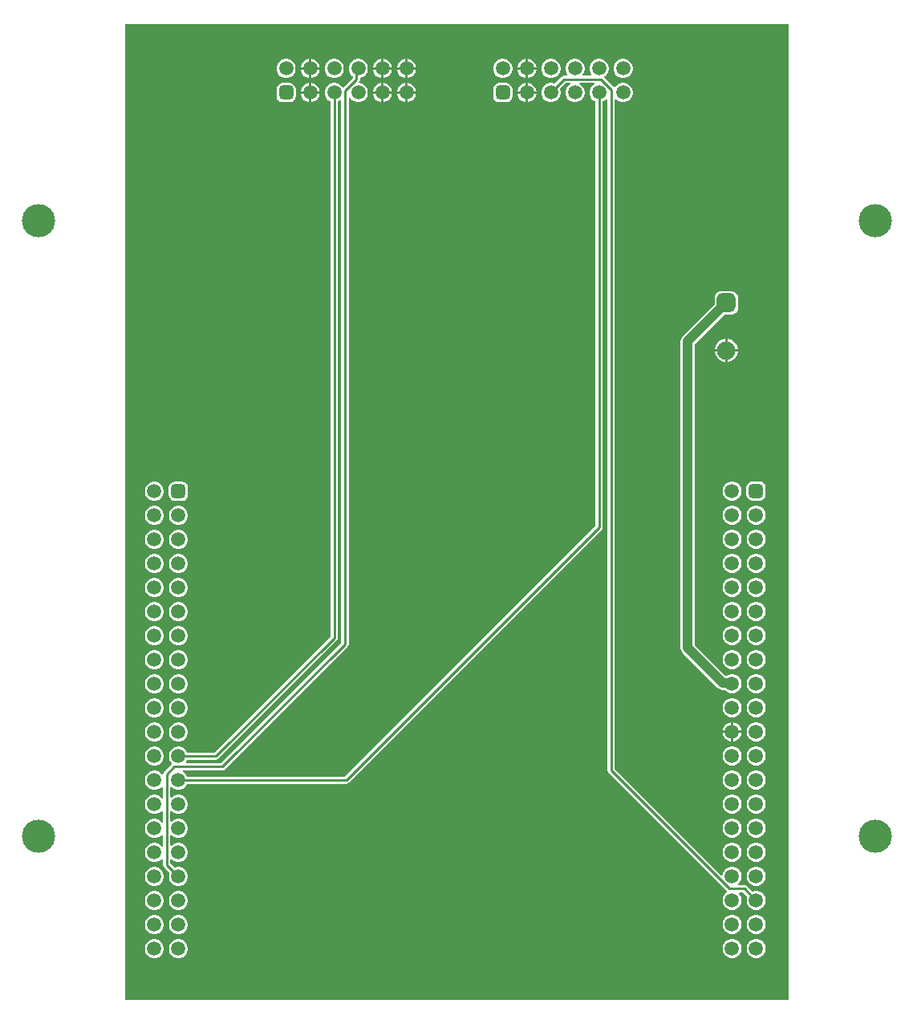
<source format=gbr>
%TF.GenerationSoftware,Altium Limited,Altium Designer,23.6.0 (18)*%
G04 Layer_Physical_Order=2*
G04 Layer_Color=16711680*
%FSLAX45Y45*%
%MOMM*%
%TF.SameCoordinates,8094E8B3-5A3C-4876-ADF7-68A746E10FBF*%
%TF.FilePolarity,Positive*%
%TF.FileFunction,Copper,L2,Bot,Signal*%
%TF.Part,Single*%
G01*
G75*
%TA.AperFunction,Conductor*%
%ADD10C,0.25400*%
%TA.AperFunction,ComponentPad*%
G04:AMPARAMS|DCode=11|XSize=1.95mm|YSize=1.95mm|CornerRadius=0.4875mm|HoleSize=0mm|Usage=FLASHONLY|Rotation=270.000|XOffset=0mm|YOffset=0mm|HoleType=Round|Shape=RoundedRectangle|*
%AMROUNDEDRECTD11*
21,1,1.95000,0.97500,0,0,270.0*
21,1,0.97500,1.95000,0,0,270.0*
1,1,0.97500,-0.48750,-0.48750*
1,1,0.97500,-0.48750,0.48750*
1,1,0.97500,0.48750,0.48750*
1,1,0.97500,0.48750,-0.48750*
%
%ADD11ROUNDEDRECTD11*%
%ADD12C,1.95000*%
%ADD13C,1.50000*%
G04:AMPARAMS|DCode=14|XSize=1.5mm|YSize=1.5mm|CornerRadius=0.375mm|HoleSize=0mm|Usage=FLASHONLY|Rotation=0.000|XOffset=0mm|YOffset=0mm|HoleType=Round|Shape=RoundedRectangle|*
%AMROUNDEDRECTD14*
21,1,1.50000,0.75000,0,0,0.0*
21,1,0.75000,1.50000,0,0,0.0*
1,1,0.75000,0.37500,-0.37500*
1,1,0.75000,-0.37500,-0.37500*
1,1,0.75000,-0.37500,0.37500*
1,1,0.75000,0.37500,0.37500*
%
%ADD14ROUNDEDRECTD14*%
G04:AMPARAMS|DCode=15|XSize=1.5mm|YSize=1.5mm|CornerRadius=0.375mm|HoleSize=0mm|Usage=FLASHONLY|Rotation=270.000|XOffset=0mm|YOffset=0mm|HoleType=Round|Shape=RoundedRectangle|*
%AMROUNDEDRECTD15*
21,1,1.50000,0.75000,0,0,270.0*
21,1,0.75000,1.50000,0,0,270.0*
1,1,0.75000,-0.37500,-0.37500*
1,1,0.75000,-0.37500,0.37500*
1,1,0.75000,0.37500,0.37500*
1,1,0.75000,0.37500,-0.37500*
%
%ADD15ROUNDEDRECTD15*%
%TA.AperFunction,ViaPad*%
%ADD16C,3.50000*%
%ADD17C,1.27000*%
%TA.AperFunction,Conductor*%
%ADD18C,1.00000*%
G36*
X17800000Y1260000D02*
X10800000D01*
Y11550000D01*
X17800000D01*
Y1260000D01*
D02*
G37*
%LPC*%
G36*
X15053232Y11184400D02*
X15052715D01*
Y11096700D01*
X15140414D01*
Y11097218D01*
X15133572Y11122753D01*
X15120354Y11145647D01*
X15101662Y11164340D01*
X15078767Y11177558D01*
X15053232Y11184400D01*
D02*
G37*
G36*
X15027315D02*
X15026796D01*
X15001260Y11177558D01*
X14978368Y11164340D01*
X14959674Y11145647D01*
X14946457Y11122753D01*
X14939615Y11097218D01*
Y11096700D01*
X15027315D01*
Y11184400D01*
D02*
G37*
G36*
X13783218D02*
X13782700D01*
Y11096700D01*
X13870399D01*
Y11097218D01*
X13863557Y11122753D01*
X13850340Y11145647D01*
X13831647Y11164340D01*
X13808752Y11177558D01*
X13783218Y11184400D01*
D02*
G37*
G36*
X13757300D02*
X13756783D01*
X13731247Y11177558D01*
X13708353Y11164340D01*
X13689661Y11145647D01*
X13676442Y11122753D01*
X13669600Y11097218D01*
Y11096700D01*
X13757300D01*
Y11184400D01*
D02*
G37*
G36*
X13529218D02*
X13528700D01*
Y11096700D01*
X13616400D01*
Y11097218D01*
X13609558Y11122753D01*
X13596339Y11145647D01*
X13577647Y11164340D01*
X13554753Y11177558D01*
X13529218Y11184400D01*
D02*
G37*
G36*
X13503300D02*
X13502782D01*
X13477248Y11177558D01*
X13454353Y11164340D01*
X13435660Y11145647D01*
X13422443Y11122753D01*
X13415601Y11097218D01*
Y11096700D01*
X13503300D01*
Y11184400D01*
D02*
G37*
G36*
X12767218D02*
X12766700D01*
Y11096700D01*
X12854401D01*
Y11097218D01*
X12847559Y11122753D01*
X12834340Y11145647D01*
X12815646Y11164340D01*
X12792753Y11177558D01*
X12767218Y11184400D01*
D02*
G37*
G36*
X12741300D02*
X12740782D01*
X12715247Y11177558D01*
X12692353Y11164340D01*
X12673660Y11145647D01*
X12660442Y11122753D01*
X12653600Y11097218D01*
Y11096700D01*
X12741300D01*
Y11184400D01*
D02*
G37*
G36*
X15815231D02*
X15788795D01*
X15763261Y11177558D01*
X15740367Y11164340D01*
X15721674Y11145647D01*
X15708456Y11122753D01*
X15701614Y11097218D01*
Y11070782D01*
X15708456Y11045247D01*
X15721674Y11022353D01*
X15723448Y11020580D01*
X15718587Y11008846D01*
X15631441D01*
X15626581Y11020580D01*
X15628354Y11022353D01*
X15641573Y11045247D01*
X15648415Y11070782D01*
Y11097218D01*
X15641573Y11122753D01*
X15628354Y11145647D01*
X15609660Y11164340D01*
X15586768Y11177558D01*
X15561232Y11184400D01*
X15534796D01*
X15509261Y11177558D01*
X15486366Y11164340D01*
X15467674Y11145647D01*
X15454457Y11122753D01*
X15447615Y11097218D01*
Y11070782D01*
X15454457Y11045247D01*
X15467674Y11022353D01*
X15469447Y11020580D01*
X15464587Y11008846D01*
X15434013D01*
X15419148Y11005889D01*
X15406546Y10997468D01*
X15332663Y10923586D01*
X15307233Y10930400D01*
X15280795D01*
X15255261Y10923558D01*
X15232367Y10910340D01*
X15213673Y10891647D01*
X15200456Y10868753D01*
X15193616Y10843218D01*
Y10816782D01*
X15200456Y10791247D01*
X15213673Y10768353D01*
X15232367Y10749660D01*
X15255261Y10736442D01*
X15280795Y10729600D01*
X15307233D01*
X15332767Y10736442D01*
X15355661Y10749660D01*
X15374355Y10768353D01*
X15387572Y10791247D01*
X15394414Y10816782D01*
Y10843218D01*
X15387601Y10868649D01*
X15450105Y10931153D01*
X15497017D01*
X15500420Y10918453D01*
X15486366Y10910340D01*
X15467674Y10891647D01*
X15454457Y10868753D01*
X15447615Y10843218D01*
Y10816782D01*
X15454457Y10791247D01*
X15467674Y10768353D01*
X15486366Y10749660D01*
X15509261Y10736442D01*
X15534796Y10729600D01*
X15561232D01*
X15586768Y10736442D01*
X15609660Y10749660D01*
X15628354Y10768353D01*
X15641573Y10791247D01*
X15648415Y10816782D01*
Y10843218D01*
X15641573Y10868753D01*
X15628354Y10891647D01*
X15609660Y10910340D01*
X15595609Y10918453D01*
X15599011Y10931153D01*
X15751018D01*
X15754420Y10918453D01*
X15740367Y10910340D01*
X15721674Y10891647D01*
X15708456Y10868753D01*
X15701614Y10843218D01*
Y10816782D01*
X15708456Y10791247D01*
X15721674Y10768353D01*
X15740367Y10749660D01*
X15763168Y10736496D01*
Y6258105D01*
X13119409Y3614347D01*
X11456816D01*
X11443652Y3637147D01*
X11424959Y3655840D01*
X11409348Y3664853D01*
X11412751Y3677553D01*
X11826400D01*
X11841266Y3680511D01*
X11853869Y3688931D01*
X13148569Y4983631D01*
X13156989Y4996234D01*
X13159947Y5011100D01*
Y10780561D01*
X13172647Y10783964D01*
X13181660Y10768353D01*
X13200352Y10749660D01*
X13223247Y10736442D01*
X13248782Y10729600D01*
X13275218D01*
X13300752Y10736442D01*
X13323647Y10749660D01*
X13342340Y10768353D01*
X13355557Y10791247D01*
X13362399Y10816782D01*
Y10843218D01*
X13355557Y10868753D01*
X13342340Y10891647D01*
X13323647Y10910340D01*
X13300752Y10923558D01*
X13275218Y10930400D01*
X13273982D01*
X13269122Y10942133D01*
X13270421Y10943431D01*
X13278842Y10956034D01*
X13281799Y10970900D01*
Y10985363D01*
X13300752Y10990442D01*
X13323647Y11003660D01*
X13342340Y11022353D01*
X13355557Y11045247D01*
X13362399Y11070782D01*
Y11097218D01*
X13355557Y11122753D01*
X13342340Y11145647D01*
X13323647Y11164340D01*
X13300752Y11177558D01*
X13275218Y11184400D01*
X13248782D01*
X13223247Y11177558D01*
X13200352Y11164340D01*
X13181660Y11145647D01*
X13168442Y11122753D01*
X13161600Y11097218D01*
Y11070782D01*
X13168442Y11045247D01*
X13181660Y11022353D01*
X13200352Y11003660D01*
X13204106Y11001493D01*
Y10986990D01*
X13103191Y10886076D01*
X13090599Y10887733D01*
X13088341Y10891647D01*
X13069647Y10910340D01*
X13046753Y10923558D01*
X13021217Y10930400D01*
X12994781D01*
X12969247Y10923558D01*
X12946353Y10910340D01*
X12927660Y10891647D01*
X12914442Y10868753D01*
X12907600Y10843218D01*
Y10816782D01*
X12914442Y10791247D01*
X12927660Y10768353D01*
X12946353Y10749660D01*
X12969153Y10736496D01*
Y5094090D01*
X11743410Y3868347D01*
X11456816D01*
X11443652Y3891147D01*
X11424959Y3909840D01*
X11402065Y3923058D01*
X11376530Y3929900D01*
X11350094D01*
X11324559Y3923058D01*
X11301665Y3909840D01*
X11282972Y3891147D01*
X11269754Y3868253D01*
X11262912Y3842718D01*
Y3816282D01*
X11269754Y3790747D01*
X11282972Y3767853D01*
X11292659Y3758166D01*
X11291414Y3745527D01*
X11288931Y3743869D01*
X11212532Y3667469D01*
X11204111Y3654866D01*
X11201542Y3641953D01*
X11195270Y3639234D01*
X11188454Y3638346D01*
X11170959Y3655840D01*
X11148065Y3669058D01*
X11122530Y3675900D01*
X11096094D01*
X11070559Y3669058D01*
X11047665Y3655840D01*
X11028972Y3637147D01*
X11015754Y3614253D01*
X11008912Y3588718D01*
Y3562282D01*
X11015754Y3536747D01*
X11028972Y3513853D01*
X11047665Y3495160D01*
X11070559Y3481942D01*
X11096094Y3475100D01*
X11122530D01*
X11148065Y3481942D01*
X11170959Y3495160D01*
X11188454Y3512654D01*
X11199755Y3511146D01*
X11201154Y3510771D01*
Y3386229D01*
X11199755Y3385854D01*
X11188454Y3384346D01*
X11170959Y3401840D01*
X11148065Y3415058D01*
X11122530Y3421900D01*
X11096094D01*
X11070559Y3415058D01*
X11047665Y3401840D01*
X11028972Y3383147D01*
X11015754Y3360253D01*
X11008912Y3334718D01*
Y3308282D01*
X11015754Y3282747D01*
X11028972Y3259853D01*
X11047665Y3241160D01*
X11070559Y3227942D01*
X11096094Y3221100D01*
X11122530D01*
X11148065Y3227942D01*
X11170959Y3241160D01*
X11188454Y3258654D01*
X11199755Y3257146D01*
X11201154Y3256771D01*
Y3132229D01*
X11199755Y3131854D01*
X11188454Y3130346D01*
X11170959Y3147840D01*
X11148065Y3161058D01*
X11122530Y3167900D01*
X11096094D01*
X11070559Y3161058D01*
X11047665Y3147840D01*
X11028972Y3129147D01*
X11015754Y3106253D01*
X11008912Y3080718D01*
Y3054282D01*
X11015754Y3028747D01*
X11028972Y3005853D01*
X11047665Y2987160D01*
X11070559Y2973942D01*
X11096094Y2967100D01*
X11122530D01*
X11148065Y2973942D01*
X11170959Y2987160D01*
X11188454Y3004654D01*
X11199755Y3003146D01*
X11201154Y3002771D01*
Y2878229D01*
X11199755Y2877854D01*
X11188454Y2876346D01*
X11170959Y2893840D01*
X11148065Y2907058D01*
X11122530Y2913900D01*
X11096094D01*
X11070559Y2907058D01*
X11047665Y2893840D01*
X11028972Y2875147D01*
X11015754Y2852253D01*
X11008912Y2826718D01*
Y2800282D01*
X11015754Y2774747D01*
X11028972Y2751853D01*
X11047665Y2733160D01*
X11070559Y2719942D01*
X11096094Y2713100D01*
X11122530D01*
X11148065Y2719942D01*
X11170959Y2733160D01*
X11188454Y2750654D01*
X11199755Y2749146D01*
X11201154Y2748771D01*
Y2682812D01*
X11204111Y2667946D01*
X11212532Y2655344D01*
X11269727Y2598149D01*
X11262912Y2572718D01*
Y2546282D01*
X11269754Y2520747D01*
X11282972Y2497853D01*
X11301665Y2479160D01*
X11324559Y2465942D01*
X11350094Y2459100D01*
X11376530D01*
X11402065Y2465942D01*
X11424959Y2479160D01*
X11443652Y2497853D01*
X11456870Y2520747D01*
X11463712Y2546282D01*
Y2572718D01*
X11456870Y2598253D01*
X11443652Y2621147D01*
X11424959Y2639840D01*
X11402065Y2653058D01*
X11376530Y2659900D01*
X11350094D01*
X11324664Y2653086D01*
X11278847Y2698903D01*
Y2738018D01*
X11291547Y2743279D01*
X11301665Y2733160D01*
X11324559Y2719942D01*
X11350094Y2713100D01*
X11376530D01*
X11402065Y2719942D01*
X11424959Y2733160D01*
X11443652Y2751853D01*
X11456870Y2774747D01*
X11463712Y2800282D01*
Y2826718D01*
X11456870Y2852253D01*
X11443652Y2875147D01*
X11424959Y2893840D01*
X11402065Y2907058D01*
X11376530Y2913900D01*
X11350094D01*
X11324559Y2907058D01*
X11301665Y2893840D01*
X11291547Y2883721D01*
X11278847Y2888982D01*
Y2992018D01*
X11291547Y2997279D01*
X11301665Y2987160D01*
X11324559Y2973942D01*
X11350094Y2967100D01*
X11376530D01*
X11402065Y2973942D01*
X11424959Y2987160D01*
X11443652Y3005853D01*
X11456870Y3028747D01*
X11463712Y3054282D01*
Y3080718D01*
X11456870Y3106253D01*
X11443652Y3129147D01*
X11424959Y3147840D01*
X11402065Y3161058D01*
X11376530Y3167900D01*
X11350094D01*
X11324559Y3161058D01*
X11301665Y3147840D01*
X11291547Y3137721D01*
X11278847Y3142982D01*
Y3246018D01*
X11291547Y3251279D01*
X11301665Y3241160D01*
X11324559Y3227942D01*
X11350094Y3221100D01*
X11376530D01*
X11402065Y3227942D01*
X11424959Y3241160D01*
X11443652Y3259853D01*
X11456870Y3282747D01*
X11463712Y3308282D01*
Y3334718D01*
X11456870Y3360253D01*
X11443652Y3383147D01*
X11424959Y3401840D01*
X11402065Y3415058D01*
X11376530Y3421900D01*
X11350094D01*
X11324559Y3415058D01*
X11301665Y3401840D01*
X11291547Y3391721D01*
X11278847Y3396982D01*
Y3500018D01*
X11291547Y3505279D01*
X11301665Y3495160D01*
X11324559Y3481942D01*
X11350094Y3475100D01*
X11376530D01*
X11402065Y3481942D01*
X11424959Y3495160D01*
X11443652Y3513853D01*
X11456816Y3536654D01*
X13135500D01*
X13150366Y3539611D01*
X13162968Y3548032D01*
X15829483Y6214546D01*
X15837904Y6227148D01*
X15840862Y6242014D01*
Y10736496D01*
X15863661Y10749660D01*
X15878453Y10764452D01*
X15891153Y10759191D01*
Y3678052D01*
X15894110Y3663186D01*
X15902531Y3650584D01*
X17148003Y2405112D01*
X17148460Y2390711D01*
X17144353Y2388340D01*
X17125661Y2369647D01*
X17112442Y2346753D01*
X17105600Y2321218D01*
Y2294782D01*
X17112442Y2269247D01*
X17125661Y2246353D01*
X17144353Y2227660D01*
X17167247Y2214442D01*
X17192783Y2207600D01*
X17219218D01*
X17244753Y2214442D01*
X17267647Y2227660D01*
X17286340Y2246353D01*
X17299557Y2269247D01*
X17306400Y2294782D01*
Y2321218D01*
X17299557Y2346753D01*
X17286340Y2369647D01*
X17277533Y2378453D01*
X17282794Y2391153D01*
X17321909D01*
X17366414Y2346649D01*
X17359599Y2321218D01*
Y2294782D01*
X17366441Y2269247D01*
X17379660Y2246353D01*
X17398354Y2227660D01*
X17421246Y2214442D01*
X17446782Y2207600D01*
X17473218D01*
X17498753Y2214442D01*
X17521648Y2227660D01*
X17540340Y2246353D01*
X17553558Y2269247D01*
X17560400Y2294782D01*
Y2321218D01*
X17553558Y2346753D01*
X17540340Y2369647D01*
X17521648Y2388340D01*
X17498753Y2401558D01*
X17473218Y2408400D01*
X17446782D01*
X17421352Y2401586D01*
X17365468Y2457469D01*
X17352866Y2465889D01*
X17338000Y2468846D01*
X17269987D01*
X17266701Y2481114D01*
X17267647Y2481660D01*
X17286340Y2500353D01*
X17299557Y2523247D01*
X17306400Y2548782D01*
Y2575218D01*
X17299557Y2600753D01*
X17286340Y2623647D01*
X17267647Y2642340D01*
X17244753Y2655558D01*
X17219218Y2662400D01*
X17192783D01*
X17167247Y2655558D01*
X17144353Y2642340D01*
X17125661Y2623647D01*
X17112442Y2600753D01*
X17105600Y2575218D01*
Y2573983D01*
X17093867Y2569123D01*
X15968846Y3694143D01*
Y10757220D01*
X15981546Y10762481D01*
X15994366Y10749660D01*
X16017261Y10736442D01*
X16042796Y10729600D01*
X16069232D01*
X16094768Y10736442D01*
X16117661Y10749660D01*
X16136354Y10768353D01*
X16149573Y10791247D01*
X16156413Y10816782D01*
Y10843218D01*
X16149573Y10868753D01*
X16136354Y10891647D01*
X16117661Y10910340D01*
X16094768Y10923558D01*
X16069232Y10930400D01*
X16042796D01*
X16017261Y10923558D01*
X15994366Y10910340D01*
X15975674Y10891647D01*
X15973630Y10888104D01*
X15958682Y10887615D01*
X15957468Y10889431D01*
X15858090Y10988809D01*
X15859747Y11001400D01*
X15863661Y11003660D01*
X15882355Y11022353D01*
X15895572Y11045247D01*
X15902414Y11070782D01*
Y11097218D01*
X15895572Y11122753D01*
X15882355Y11145647D01*
X15863661Y11164340D01*
X15840767Y11177558D01*
X15815231Y11184400D01*
D02*
G37*
G36*
X16069232D02*
X16042796D01*
X16017261Y11177558D01*
X15994366Y11164340D01*
X15975674Y11145647D01*
X15962457Y11122753D01*
X15955615Y11097218D01*
Y11070782D01*
X15962457Y11045247D01*
X15975674Y11022353D01*
X15994366Y11003660D01*
X16017261Y10990442D01*
X16042796Y10983600D01*
X16069232D01*
X16094768Y10990442D01*
X16117661Y11003660D01*
X16136354Y11022353D01*
X16149573Y11045247D01*
X16156413Y11070782D01*
Y11097218D01*
X16149573Y11122753D01*
X16136354Y11145647D01*
X16117661Y11164340D01*
X16094768Y11177558D01*
X16069232Y11184400D01*
D02*
G37*
G36*
X15307233D02*
X15280795D01*
X15255261Y11177558D01*
X15232367Y11164340D01*
X15213673Y11145647D01*
X15200456Y11122753D01*
X15193616Y11097218D01*
Y11070782D01*
X15200456Y11045247D01*
X15213673Y11022353D01*
X15232367Y11003660D01*
X15255261Y10990442D01*
X15280795Y10983600D01*
X15307233D01*
X15332767Y10990442D01*
X15355661Y11003660D01*
X15374355Y11022353D01*
X15387572Y11045247D01*
X15394414Y11070782D01*
Y11097218D01*
X15387572Y11122753D01*
X15374355Y11145647D01*
X15355661Y11164340D01*
X15332767Y11177558D01*
X15307233Y11184400D01*
D02*
G37*
G36*
X15140414Y11071300D02*
X15052715D01*
Y10983600D01*
X15053232D01*
X15078767Y10990442D01*
X15101662Y11003660D01*
X15120354Y11022353D01*
X15133572Y11045247D01*
X15140414Y11070782D01*
Y11071300D01*
D02*
G37*
G36*
X15027315D02*
X14939615D01*
Y11070782D01*
X14946457Y11045247D01*
X14959674Y11022353D01*
X14978368Y11003660D01*
X15001260Y10990442D01*
X15026796Y10983600D01*
X15027315D01*
Y11071300D01*
D02*
G37*
G36*
X14799232Y11184400D02*
X14772797D01*
X14747261Y11177558D01*
X14724367Y11164340D01*
X14705675Y11145647D01*
X14692458Y11122753D01*
X14685616Y11097218D01*
Y11070782D01*
X14692458Y11045247D01*
X14705675Y11022353D01*
X14724367Y11003660D01*
X14747261Y10990442D01*
X14772797Y10983600D01*
X14799232D01*
X14824767Y10990442D01*
X14847661Y11003660D01*
X14866354Y11022353D01*
X14879572Y11045247D01*
X14886414Y11070782D01*
Y11097218D01*
X14879572Y11122753D01*
X14866354Y11145647D01*
X14847661Y11164340D01*
X14824767Y11177558D01*
X14799232Y11184400D01*
D02*
G37*
G36*
X13870399Y11071300D02*
X13782700D01*
Y10983600D01*
X13783218D01*
X13808752Y10990442D01*
X13831647Y11003660D01*
X13850340Y11022353D01*
X13863557Y11045247D01*
X13870399Y11070782D01*
Y11071300D01*
D02*
G37*
G36*
X13757300D02*
X13669600D01*
Y11070782D01*
X13676442Y11045247D01*
X13689661Y11022353D01*
X13708353Y11003660D01*
X13731247Y10990442D01*
X13756783Y10983600D01*
X13757300D01*
Y11071300D01*
D02*
G37*
G36*
X13616400D02*
X13528700D01*
Y10983600D01*
X13529218D01*
X13554753Y10990442D01*
X13577647Y11003660D01*
X13596339Y11022353D01*
X13609558Y11045247D01*
X13616400Y11070782D01*
Y11071300D01*
D02*
G37*
G36*
X13503300D02*
X13415601D01*
Y11070782D01*
X13422443Y11045247D01*
X13435660Y11022353D01*
X13454353Y11003660D01*
X13477248Y10990442D01*
X13502782Y10983600D01*
X13503300D01*
Y11071300D01*
D02*
G37*
G36*
X13021217Y11184400D02*
X12994781D01*
X12969247Y11177558D01*
X12946353Y11164340D01*
X12927660Y11145647D01*
X12914442Y11122753D01*
X12907600Y11097218D01*
Y11070782D01*
X12914442Y11045247D01*
X12927660Y11022353D01*
X12946353Y11003660D01*
X12969247Y10990442D01*
X12994781Y10983600D01*
X13021217D01*
X13046753Y10990442D01*
X13069647Y11003660D01*
X13088341Y11022353D01*
X13101558Y11045247D01*
X13108400Y11070782D01*
Y11097218D01*
X13101558Y11122753D01*
X13088341Y11145647D01*
X13069647Y11164340D01*
X13046753Y11177558D01*
X13021217Y11184400D01*
D02*
G37*
G36*
X12854401Y11071300D02*
X12766700D01*
Y10983600D01*
X12767218D01*
X12792753Y10990442D01*
X12815646Y11003660D01*
X12834340Y11022353D01*
X12847559Y11045247D01*
X12854401Y11070782D01*
Y11071300D01*
D02*
G37*
G36*
X12741300D02*
X12653600D01*
Y11070782D01*
X12660442Y11045247D01*
X12673660Y11022353D01*
X12692353Y11003660D01*
X12715247Y10990442D01*
X12740782Y10983600D01*
X12741300D01*
Y11071300D01*
D02*
G37*
G36*
X12513218Y11184400D02*
X12486782D01*
X12461247Y11177558D01*
X12438353Y11164340D01*
X12419660Y11145647D01*
X12406442Y11122753D01*
X12399600Y11097218D01*
Y11070782D01*
X12406442Y11045247D01*
X12419660Y11022353D01*
X12438353Y11003660D01*
X12461247Y10990442D01*
X12486782Y10983600D01*
X12513218D01*
X12538753Y10990442D01*
X12561647Y11003660D01*
X12580340Y11022353D01*
X12593558Y11045247D01*
X12600400Y11070782D01*
Y11097218D01*
X12593558Y11122753D01*
X12580340Y11145647D01*
X12561647Y11164340D01*
X12538753Y11177558D01*
X12513218Y11184400D01*
D02*
G37*
G36*
X15053232Y10930400D02*
X15052715D01*
Y10842700D01*
X15140414D01*
Y10843218D01*
X15133572Y10868753D01*
X15120354Y10891647D01*
X15101662Y10910340D01*
X15078767Y10923558D01*
X15053232Y10930400D01*
D02*
G37*
G36*
X15027315D02*
X15026796D01*
X15001260Y10923558D01*
X14978368Y10910340D01*
X14959674Y10891647D01*
X14946457Y10868753D01*
X14939615Y10843218D01*
Y10842700D01*
X15027315D01*
Y10930400D01*
D02*
G37*
G36*
X13783218D02*
X13782700D01*
Y10842700D01*
X13870399D01*
Y10843218D01*
X13863557Y10868753D01*
X13850340Y10891647D01*
X13831647Y10910340D01*
X13808752Y10923558D01*
X13783218Y10930400D01*
D02*
G37*
G36*
X13757300D02*
X13756783D01*
X13731247Y10923558D01*
X13708353Y10910340D01*
X13689661Y10891647D01*
X13676442Y10868753D01*
X13669600Y10843218D01*
Y10842700D01*
X13757300D01*
Y10930400D01*
D02*
G37*
G36*
X13529218D02*
X13528700D01*
Y10842700D01*
X13616400D01*
Y10843218D01*
X13609558Y10868753D01*
X13596339Y10891647D01*
X13577647Y10910340D01*
X13554753Y10923558D01*
X13529218Y10930400D01*
D02*
G37*
G36*
X13503300D02*
X13502782D01*
X13477248Y10923558D01*
X13454353Y10910340D01*
X13435660Y10891647D01*
X13422443Y10868753D01*
X13415601Y10843218D01*
Y10842700D01*
X13503300D01*
Y10930400D01*
D02*
G37*
G36*
X12767218D02*
X12766700D01*
Y10842700D01*
X12854401D01*
Y10843218D01*
X12847559Y10868753D01*
X12834340Y10891647D01*
X12815646Y10910340D01*
X12792753Y10923558D01*
X12767218Y10930400D01*
D02*
G37*
G36*
X12741300D02*
X12740782D01*
X12715247Y10923558D01*
X12692353Y10910340D01*
X12673660Y10891647D01*
X12660442Y10868753D01*
X12653600Y10843218D01*
Y10842700D01*
X12741300D01*
Y10930400D01*
D02*
G37*
G36*
X15140414Y10817300D02*
X15052715D01*
Y10729600D01*
X15053232D01*
X15078767Y10736442D01*
X15101662Y10749660D01*
X15120354Y10768353D01*
X15133572Y10791247D01*
X15140414Y10816782D01*
Y10817300D01*
D02*
G37*
G36*
X15027315D02*
X14939615D01*
Y10816782D01*
X14946457Y10791247D01*
X14959674Y10768353D01*
X14978368Y10749660D01*
X15001260Y10736442D01*
X15026796Y10729600D01*
X15027315D01*
Y10817300D01*
D02*
G37*
G36*
X13870399D02*
X13782700D01*
Y10729600D01*
X13783218D01*
X13808752Y10736442D01*
X13831647Y10749660D01*
X13850340Y10768353D01*
X13863557Y10791247D01*
X13870399Y10816782D01*
Y10817300D01*
D02*
G37*
G36*
X13757300D02*
X13669600D01*
Y10816782D01*
X13676442Y10791247D01*
X13689661Y10768353D01*
X13708353Y10749660D01*
X13731247Y10736442D01*
X13756783Y10729600D01*
X13757300D01*
Y10817300D01*
D02*
G37*
G36*
X13616400D02*
X13528700D01*
Y10729600D01*
X13529218D01*
X13554753Y10736442D01*
X13577647Y10749660D01*
X13596339Y10768353D01*
X13609558Y10791247D01*
X13616400Y10816782D01*
Y10817300D01*
D02*
G37*
G36*
X13503300D02*
X13415601D01*
Y10816782D01*
X13422443Y10791247D01*
X13435660Y10768353D01*
X13454353Y10749660D01*
X13477248Y10736442D01*
X13502782Y10729600D01*
X13503300D01*
Y10817300D01*
D02*
G37*
G36*
X12854401D02*
X12766700D01*
Y10729600D01*
X12767218D01*
X12792753Y10736442D01*
X12815646Y10749660D01*
X12834340Y10768353D01*
X12847559Y10791247D01*
X12854401Y10816782D01*
Y10817300D01*
D02*
G37*
G36*
X12741300D02*
X12653600D01*
Y10816782D01*
X12660442Y10791247D01*
X12673660Y10768353D01*
X12692353Y10749660D01*
X12715247Y10736442D01*
X12740782Y10729600D01*
X12741300D01*
Y10817300D01*
D02*
G37*
G36*
X14823514Y10931632D02*
X14748515D01*
X14723972Y10926750D01*
X14703166Y10912848D01*
X14689264Y10892042D01*
X14684383Y10867500D01*
Y10792500D01*
X14689264Y10767958D01*
X14703166Y10747152D01*
X14723972Y10733250D01*
X14748515Y10728368D01*
X14823514D01*
X14848058Y10733250D01*
X14868863Y10747152D01*
X14882765Y10767958D01*
X14887646Y10792500D01*
Y10867500D01*
X14882765Y10892042D01*
X14868863Y10912848D01*
X14848058Y10926750D01*
X14823514Y10931632D01*
D02*
G37*
G36*
X12537500D02*
X12462500D01*
X12437958Y10926750D01*
X12417152Y10912848D01*
X12403250Y10892042D01*
X12398368Y10867500D01*
Y10792500D01*
X12403250Y10767958D01*
X12417152Y10747152D01*
X12437958Y10733250D01*
X12462500Y10728368D01*
X12537500D01*
X12562042Y10733250D01*
X12582848Y10747152D01*
X12596750Y10767958D01*
X12601632Y10792500D01*
Y10867500D01*
X12596750Y10892042D01*
X12582848Y10912848D01*
X12562042Y10926750D01*
X12537500Y10931632D01*
D02*
G37*
G36*
X17161180Y8232900D02*
X17157700D01*
Y8122700D01*
X17267900D01*
Y8126180D01*
X17259525Y8157438D01*
X17243344Y8185462D01*
X17220462Y8208345D01*
X17192438Y8224525D01*
X17161180Y8232900D01*
D02*
G37*
G36*
X17132300D02*
X17128819D01*
X17097562Y8224525D01*
X17069537Y8208345D01*
X17046655Y8185462D01*
X17030475Y8157438D01*
X17022099Y8126180D01*
Y8122700D01*
X17132300D01*
Y8232900D01*
D02*
G37*
G36*
X17267900Y8097300D02*
X17157700D01*
Y7987100D01*
X17161180D01*
X17192438Y7995475D01*
X17220462Y8011656D01*
X17243344Y8034538D01*
X17259525Y8062562D01*
X17267900Y8093820D01*
Y8097300D01*
D02*
G37*
G36*
X17132300D02*
X17022099D01*
Y8093820D01*
X17030475Y8062562D01*
X17046655Y8034538D01*
X17069537Y8011656D01*
X17097562Y7995475D01*
X17128819Y7987100D01*
X17132300D01*
Y8097300D01*
D02*
G37*
G36*
X17219218Y6726400D02*
X17192783D01*
X17167247Y6719558D01*
X17144353Y6706340D01*
X17125661Y6687647D01*
X17112442Y6664753D01*
X17105600Y6639218D01*
Y6612782D01*
X17112442Y6587247D01*
X17125661Y6564353D01*
X17144353Y6545660D01*
X17167247Y6532442D01*
X17192783Y6525600D01*
X17219218D01*
X17244753Y6532442D01*
X17267647Y6545660D01*
X17286340Y6564353D01*
X17299557Y6587247D01*
X17306400Y6612782D01*
Y6639218D01*
X17299557Y6664753D01*
X17286340Y6687647D01*
X17267647Y6706340D01*
X17244753Y6719558D01*
X17219218Y6726400D01*
D02*
G37*
G36*
X17497501Y6727632D02*
X17422501D01*
X17397958Y6722750D01*
X17377151Y6708848D01*
X17363251Y6688042D01*
X17358368Y6663500D01*
Y6588500D01*
X17363251Y6563958D01*
X17377151Y6543152D01*
X17397958Y6529250D01*
X17422501Y6524368D01*
X17497501D01*
X17522041Y6529250D01*
X17542848Y6543152D01*
X17556750Y6563958D01*
X17561632Y6588500D01*
Y6663500D01*
X17556750Y6688042D01*
X17542848Y6708848D01*
X17522041Y6722750D01*
X17497501Y6727632D01*
D02*
G37*
G36*
X11122530Y6723900D02*
X11096094D01*
X11070559Y6717058D01*
X11047665Y6703840D01*
X11028972Y6685147D01*
X11015754Y6662253D01*
X11008912Y6636718D01*
Y6610282D01*
X11015754Y6584747D01*
X11028972Y6561853D01*
X11047665Y6543160D01*
X11070559Y6529942D01*
X11096094Y6523100D01*
X11122530D01*
X11148065Y6529942D01*
X11170959Y6543160D01*
X11189652Y6561853D01*
X11202870Y6584747D01*
X11209712Y6610282D01*
Y6636718D01*
X11202870Y6662253D01*
X11189652Y6685147D01*
X11170959Y6703840D01*
X11148065Y6717058D01*
X11122530Y6723900D01*
D02*
G37*
G36*
X11400812Y6725132D02*
X11325813D01*
X11301270Y6720250D01*
X11280464Y6706348D01*
X11266562Y6685542D01*
X11261680Y6661000D01*
Y6586000D01*
X11266562Y6561458D01*
X11280464Y6540652D01*
X11301270Y6526750D01*
X11325813Y6521868D01*
X11400812D01*
X11425355Y6526750D01*
X11446160Y6540652D01*
X11460063Y6561458D01*
X11464945Y6586000D01*
Y6661000D01*
X11460063Y6685542D01*
X11446160Y6706348D01*
X11425355Y6720250D01*
X11400812Y6725132D01*
D02*
G37*
G36*
X17473218Y6472400D02*
X17446782D01*
X17421246Y6465558D01*
X17398354Y6452340D01*
X17379660Y6433647D01*
X17366441Y6410753D01*
X17359599Y6385218D01*
Y6358782D01*
X17366441Y6333247D01*
X17379660Y6310353D01*
X17398354Y6291660D01*
X17421246Y6278442D01*
X17446782Y6271600D01*
X17473218D01*
X17498753Y6278442D01*
X17521648Y6291660D01*
X17540340Y6310353D01*
X17553558Y6333247D01*
X17560400Y6358782D01*
Y6385218D01*
X17553558Y6410753D01*
X17540340Y6433647D01*
X17521648Y6452340D01*
X17498753Y6465558D01*
X17473218Y6472400D01*
D02*
G37*
G36*
X17219218D02*
X17192783D01*
X17167247Y6465558D01*
X17144353Y6452340D01*
X17125661Y6433647D01*
X17112442Y6410753D01*
X17105600Y6385218D01*
Y6358782D01*
X17112442Y6333247D01*
X17125661Y6310353D01*
X17144353Y6291660D01*
X17167247Y6278442D01*
X17192783Y6271600D01*
X17219218D01*
X17244753Y6278442D01*
X17267647Y6291660D01*
X17286340Y6310353D01*
X17299557Y6333247D01*
X17306400Y6358782D01*
Y6385218D01*
X17299557Y6410753D01*
X17286340Y6433647D01*
X17267647Y6452340D01*
X17244753Y6465558D01*
X17219218Y6472400D01*
D02*
G37*
G36*
X11376530Y6469900D02*
X11350094D01*
X11324559Y6463058D01*
X11301665Y6449840D01*
X11282972Y6431147D01*
X11269754Y6408253D01*
X11262912Y6382718D01*
Y6356282D01*
X11269754Y6330747D01*
X11282972Y6307853D01*
X11301665Y6289160D01*
X11324559Y6275942D01*
X11350094Y6269100D01*
X11376530D01*
X11402065Y6275942D01*
X11424959Y6289160D01*
X11443652Y6307853D01*
X11456870Y6330747D01*
X11463712Y6356282D01*
Y6382718D01*
X11456870Y6408253D01*
X11443652Y6431147D01*
X11424959Y6449840D01*
X11402065Y6463058D01*
X11376530Y6469900D01*
D02*
G37*
G36*
X11122530D02*
X11096094D01*
X11070559Y6463058D01*
X11047665Y6449840D01*
X11028972Y6431147D01*
X11015754Y6408253D01*
X11008912Y6382718D01*
Y6356282D01*
X11015754Y6330747D01*
X11028972Y6307853D01*
X11047665Y6289160D01*
X11070559Y6275942D01*
X11096094Y6269100D01*
X11122530D01*
X11148065Y6275942D01*
X11170959Y6289160D01*
X11189652Y6307853D01*
X11202870Y6330747D01*
X11209712Y6356282D01*
Y6382718D01*
X11202870Y6408253D01*
X11189652Y6431147D01*
X11170959Y6449840D01*
X11148065Y6463058D01*
X11122530Y6469900D01*
D02*
G37*
G36*
X17473218Y6218400D02*
X17446782D01*
X17421246Y6211558D01*
X17398354Y6198340D01*
X17379660Y6179647D01*
X17366441Y6156753D01*
X17359599Y6131218D01*
Y6104782D01*
X17366441Y6079247D01*
X17379660Y6056353D01*
X17398354Y6037660D01*
X17421246Y6024442D01*
X17446782Y6017600D01*
X17473218D01*
X17498753Y6024442D01*
X17521648Y6037660D01*
X17540340Y6056353D01*
X17553558Y6079247D01*
X17560400Y6104782D01*
Y6131218D01*
X17553558Y6156753D01*
X17540340Y6179647D01*
X17521648Y6198340D01*
X17498753Y6211558D01*
X17473218Y6218400D01*
D02*
G37*
G36*
X17219218D02*
X17192783D01*
X17167247Y6211558D01*
X17144353Y6198340D01*
X17125661Y6179647D01*
X17112442Y6156753D01*
X17105600Y6131218D01*
Y6104782D01*
X17112442Y6079247D01*
X17125661Y6056353D01*
X17144353Y6037660D01*
X17167247Y6024442D01*
X17192783Y6017600D01*
X17219218D01*
X17244753Y6024442D01*
X17267647Y6037660D01*
X17286340Y6056353D01*
X17299557Y6079247D01*
X17306400Y6104782D01*
Y6131218D01*
X17299557Y6156753D01*
X17286340Y6179647D01*
X17267647Y6198340D01*
X17244753Y6211558D01*
X17219218Y6218400D01*
D02*
G37*
G36*
X11376530Y6215900D02*
X11350094D01*
X11324559Y6209058D01*
X11301665Y6195840D01*
X11282972Y6177147D01*
X11269754Y6154253D01*
X11262912Y6128718D01*
Y6102282D01*
X11269754Y6076747D01*
X11282972Y6053853D01*
X11301665Y6035160D01*
X11324559Y6021942D01*
X11350094Y6015100D01*
X11376530D01*
X11402065Y6021942D01*
X11424959Y6035160D01*
X11443652Y6053853D01*
X11456870Y6076747D01*
X11463712Y6102282D01*
Y6128718D01*
X11456870Y6154253D01*
X11443652Y6177147D01*
X11424959Y6195840D01*
X11402065Y6209058D01*
X11376530Y6215900D01*
D02*
G37*
G36*
X11122530D02*
X11096094D01*
X11070559Y6209058D01*
X11047665Y6195840D01*
X11028972Y6177147D01*
X11015754Y6154253D01*
X11008912Y6128718D01*
Y6102282D01*
X11015754Y6076747D01*
X11028972Y6053853D01*
X11047665Y6035160D01*
X11070559Y6021942D01*
X11096094Y6015100D01*
X11122530D01*
X11148065Y6021942D01*
X11170959Y6035160D01*
X11189652Y6053853D01*
X11202870Y6076747D01*
X11209712Y6102282D01*
Y6128718D01*
X11202870Y6154253D01*
X11189652Y6177147D01*
X11170959Y6195840D01*
X11148065Y6209058D01*
X11122530Y6215900D01*
D02*
G37*
G36*
X17473218Y5964400D02*
X17446782D01*
X17421246Y5957558D01*
X17398354Y5944340D01*
X17379660Y5925647D01*
X17366441Y5902753D01*
X17359599Y5877218D01*
Y5850782D01*
X17366441Y5825247D01*
X17379660Y5802353D01*
X17398354Y5783660D01*
X17421246Y5770442D01*
X17446782Y5763600D01*
X17473218D01*
X17498753Y5770442D01*
X17521648Y5783660D01*
X17540340Y5802353D01*
X17553558Y5825247D01*
X17560400Y5850782D01*
Y5877218D01*
X17553558Y5902753D01*
X17540340Y5925647D01*
X17521648Y5944340D01*
X17498753Y5957558D01*
X17473218Y5964400D01*
D02*
G37*
G36*
X17219218D02*
X17192783D01*
X17167247Y5957558D01*
X17144353Y5944340D01*
X17125661Y5925647D01*
X17112442Y5902753D01*
X17105600Y5877218D01*
Y5850782D01*
X17112442Y5825247D01*
X17125661Y5802353D01*
X17144353Y5783660D01*
X17167247Y5770442D01*
X17192783Y5763600D01*
X17219218D01*
X17244753Y5770442D01*
X17267647Y5783660D01*
X17286340Y5802353D01*
X17299557Y5825247D01*
X17306400Y5850782D01*
Y5877218D01*
X17299557Y5902753D01*
X17286340Y5925647D01*
X17267647Y5944340D01*
X17244753Y5957558D01*
X17219218Y5964400D01*
D02*
G37*
G36*
X11376530Y5961900D02*
X11350094D01*
X11324559Y5955058D01*
X11301665Y5941840D01*
X11282972Y5923147D01*
X11269754Y5900253D01*
X11262912Y5874718D01*
Y5848282D01*
X11269754Y5822747D01*
X11282972Y5799853D01*
X11301665Y5781160D01*
X11324559Y5767942D01*
X11350094Y5761100D01*
X11376530D01*
X11402065Y5767942D01*
X11424959Y5781160D01*
X11443652Y5799853D01*
X11456870Y5822747D01*
X11463712Y5848282D01*
Y5874718D01*
X11456870Y5900253D01*
X11443652Y5923147D01*
X11424959Y5941840D01*
X11402065Y5955058D01*
X11376530Y5961900D01*
D02*
G37*
G36*
X11122530D02*
X11096094D01*
X11070559Y5955058D01*
X11047665Y5941840D01*
X11028972Y5923147D01*
X11015754Y5900253D01*
X11008912Y5874718D01*
Y5848282D01*
X11015754Y5822747D01*
X11028972Y5799853D01*
X11047665Y5781160D01*
X11070559Y5767942D01*
X11096094Y5761100D01*
X11122530D01*
X11148065Y5767942D01*
X11170959Y5781160D01*
X11189652Y5799853D01*
X11202870Y5822747D01*
X11209712Y5848282D01*
Y5874718D01*
X11202870Y5900253D01*
X11189652Y5923147D01*
X11170959Y5941840D01*
X11148065Y5955058D01*
X11122530Y5961900D01*
D02*
G37*
G36*
X17473218Y5710400D02*
X17446782D01*
X17421246Y5703558D01*
X17398354Y5690340D01*
X17379660Y5671647D01*
X17366441Y5648753D01*
X17359599Y5623218D01*
Y5596782D01*
X17366441Y5571247D01*
X17379660Y5548353D01*
X17398354Y5529660D01*
X17421246Y5516442D01*
X17446782Y5509600D01*
X17473218D01*
X17498753Y5516442D01*
X17521648Y5529660D01*
X17540340Y5548353D01*
X17553558Y5571247D01*
X17560400Y5596782D01*
Y5623218D01*
X17553558Y5648753D01*
X17540340Y5671647D01*
X17521648Y5690340D01*
X17498753Y5703558D01*
X17473218Y5710400D01*
D02*
G37*
G36*
X17219218D02*
X17192783D01*
X17167247Y5703558D01*
X17144353Y5690340D01*
X17125661Y5671647D01*
X17112442Y5648753D01*
X17105600Y5623218D01*
Y5596782D01*
X17112442Y5571247D01*
X17125661Y5548353D01*
X17144353Y5529660D01*
X17167247Y5516442D01*
X17192783Y5509600D01*
X17219218D01*
X17244753Y5516442D01*
X17267647Y5529660D01*
X17286340Y5548353D01*
X17299557Y5571247D01*
X17306400Y5596782D01*
Y5623218D01*
X17299557Y5648753D01*
X17286340Y5671647D01*
X17267647Y5690340D01*
X17244753Y5703558D01*
X17219218Y5710400D01*
D02*
G37*
G36*
X11376530Y5707900D02*
X11350094D01*
X11324559Y5701058D01*
X11301665Y5687840D01*
X11282972Y5669147D01*
X11269754Y5646253D01*
X11262912Y5620718D01*
Y5594282D01*
X11269754Y5568747D01*
X11282972Y5545853D01*
X11301665Y5527160D01*
X11324559Y5513942D01*
X11350094Y5507100D01*
X11376530D01*
X11402065Y5513942D01*
X11424959Y5527160D01*
X11443652Y5545853D01*
X11456870Y5568747D01*
X11463712Y5594282D01*
Y5620718D01*
X11456870Y5646253D01*
X11443652Y5669147D01*
X11424959Y5687840D01*
X11402065Y5701058D01*
X11376530Y5707900D01*
D02*
G37*
G36*
X11122530D02*
X11096094D01*
X11070559Y5701058D01*
X11047665Y5687840D01*
X11028972Y5669147D01*
X11015754Y5646253D01*
X11008912Y5620718D01*
Y5594282D01*
X11015754Y5568747D01*
X11028972Y5545853D01*
X11047665Y5527160D01*
X11070559Y5513942D01*
X11096094Y5507100D01*
X11122530D01*
X11148065Y5513942D01*
X11170959Y5527160D01*
X11189652Y5545853D01*
X11202870Y5568747D01*
X11209712Y5594282D01*
Y5620718D01*
X11202870Y5646253D01*
X11189652Y5669147D01*
X11170959Y5687840D01*
X11148065Y5701058D01*
X11122530Y5707900D01*
D02*
G37*
G36*
X17473218Y5456400D02*
X17446782D01*
X17421246Y5449558D01*
X17398354Y5436340D01*
X17379660Y5417647D01*
X17366441Y5394753D01*
X17359599Y5369218D01*
Y5342782D01*
X17366441Y5317247D01*
X17379660Y5294353D01*
X17398354Y5275660D01*
X17421246Y5262442D01*
X17446782Y5255600D01*
X17473218D01*
X17498753Y5262442D01*
X17521648Y5275660D01*
X17540340Y5294353D01*
X17553558Y5317247D01*
X17560400Y5342782D01*
Y5369218D01*
X17553558Y5394753D01*
X17540340Y5417647D01*
X17521648Y5436340D01*
X17498753Y5449558D01*
X17473218Y5456400D01*
D02*
G37*
G36*
X17219218D02*
X17192783D01*
X17167247Y5449558D01*
X17144353Y5436340D01*
X17125661Y5417647D01*
X17112442Y5394753D01*
X17105600Y5369218D01*
Y5342782D01*
X17112442Y5317247D01*
X17125661Y5294353D01*
X17144353Y5275660D01*
X17167247Y5262442D01*
X17192783Y5255600D01*
X17219218D01*
X17244753Y5262442D01*
X17267647Y5275660D01*
X17286340Y5294353D01*
X17299557Y5317247D01*
X17306400Y5342782D01*
Y5369218D01*
X17299557Y5394753D01*
X17286340Y5417647D01*
X17267647Y5436340D01*
X17244753Y5449558D01*
X17219218Y5456400D01*
D02*
G37*
G36*
X11376530Y5453900D02*
X11350094D01*
X11324559Y5447058D01*
X11301665Y5433840D01*
X11282972Y5415147D01*
X11269754Y5392253D01*
X11262912Y5366718D01*
Y5340282D01*
X11269754Y5314747D01*
X11282972Y5291853D01*
X11301665Y5273160D01*
X11324559Y5259942D01*
X11350094Y5253100D01*
X11376530D01*
X11402065Y5259942D01*
X11424959Y5273160D01*
X11443652Y5291853D01*
X11456870Y5314747D01*
X11463712Y5340282D01*
Y5366718D01*
X11456870Y5392253D01*
X11443652Y5415147D01*
X11424959Y5433840D01*
X11402065Y5447058D01*
X11376530Y5453900D01*
D02*
G37*
G36*
X11122530D02*
X11096094D01*
X11070559Y5447058D01*
X11047665Y5433840D01*
X11028972Y5415147D01*
X11015754Y5392253D01*
X11008912Y5366718D01*
Y5340282D01*
X11015754Y5314747D01*
X11028972Y5291853D01*
X11047665Y5273160D01*
X11070559Y5259942D01*
X11096094Y5253100D01*
X11122530D01*
X11148065Y5259942D01*
X11170959Y5273160D01*
X11189652Y5291853D01*
X11202870Y5314747D01*
X11209712Y5340282D01*
Y5366718D01*
X11202870Y5392253D01*
X11189652Y5415147D01*
X11170959Y5433840D01*
X11148065Y5447058D01*
X11122530Y5453900D01*
D02*
G37*
G36*
X17473218Y5202400D02*
X17446782D01*
X17421246Y5195558D01*
X17398354Y5182340D01*
X17379660Y5163647D01*
X17366441Y5140753D01*
X17359599Y5115218D01*
Y5088782D01*
X17366441Y5063247D01*
X17379660Y5040353D01*
X17398354Y5021660D01*
X17421246Y5008442D01*
X17446782Y5001600D01*
X17473218D01*
X17498753Y5008442D01*
X17521648Y5021660D01*
X17540340Y5040353D01*
X17553558Y5063247D01*
X17560400Y5088782D01*
Y5115218D01*
X17553558Y5140753D01*
X17540340Y5163647D01*
X17521648Y5182340D01*
X17498753Y5195558D01*
X17473218Y5202400D01*
D02*
G37*
G36*
X17219218D02*
X17192783D01*
X17167247Y5195558D01*
X17144353Y5182340D01*
X17125661Y5163647D01*
X17112442Y5140753D01*
X17105600Y5115218D01*
Y5088782D01*
X17112442Y5063247D01*
X17125661Y5040353D01*
X17144353Y5021660D01*
X17167247Y5008442D01*
X17192783Y5001600D01*
X17219218D01*
X17244753Y5008442D01*
X17267647Y5021660D01*
X17286340Y5040353D01*
X17299557Y5063247D01*
X17306400Y5088782D01*
Y5115218D01*
X17299557Y5140753D01*
X17286340Y5163647D01*
X17267647Y5182340D01*
X17244753Y5195558D01*
X17219218Y5202400D01*
D02*
G37*
G36*
X11376530Y5199900D02*
X11350094D01*
X11324559Y5193058D01*
X11301665Y5179840D01*
X11282972Y5161147D01*
X11269754Y5138253D01*
X11262912Y5112718D01*
Y5086282D01*
X11269754Y5060747D01*
X11282972Y5037853D01*
X11301665Y5019160D01*
X11324559Y5005942D01*
X11350094Y4999100D01*
X11376530D01*
X11402065Y5005942D01*
X11424959Y5019160D01*
X11443652Y5037853D01*
X11456870Y5060747D01*
X11463712Y5086282D01*
Y5112718D01*
X11456870Y5138253D01*
X11443652Y5161147D01*
X11424959Y5179840D01*
X11402065Y5193058D01*
X11376530Y5199900D01*
D02*
G37*
G36*
X11122530D02*
X11096094D01*
X11070559Y5193058D01*
X11047665Y5179840D01*
X11028972Y5161147D01*
X11015754Y5138253D01*
X11008912Y5112718D01*
Y5086282D01*
X11015754Y5060747D01*
X11028972Y5037853D01*
X11047665Y5019160D01*
X11070559Y5005942D01*
X11096094Y4999100D01*
X11122530D01*
X11148065Y5005942D01*
X11170959Y5019160D01*
X11189652Y5037853D01*
X11202870Y5060747D01*
X11209712Y5086282D01*
Y5112718D01*
X11202870Y5138253D01*
X11189652Y5161147D01*
X11170959Y5179840D01*
X11148065Y5193058D01*
X11122530Y5199900D01*
D02*
G37*
G36*
X17473218Y4948400D02*
X17446782D01*
X17421246Y4941558D01*
X17398354Y4928340D01*
X17379660Y4909647D01*
X17366441Y4886753D01*
X17359599Y4861218D01*
Y4834782D01*
X17366441Y4809247D01*
X17379660Y4786353D01*
X17398354Y4767660D01*
X17421246Y4754442D01*
X17446782Y4747600D01*
X17473218D01*
X17498753Y4754442D01*
X17521648Y4767660D01*
X17540340Y4786353D01*
X17553558Y4809247D01*
X17560400Y4834782D01*
Y4861218D01*
X17553558Y4886753D01*
X17540340Y4909647D01*
X17521648Y4928340D01*
X17498753Y4941558D01*
X17473218Y4948400D01*
D02*
G37*
G36*
X17219218D02*
X17192783D01*
X17167247Y4941558D01*
X17144353Y4928340D01*
X17125661Y4909647D01*
X17112442Y4886753D01*
X17105600Y4861218D01*
Y4834782D01*
X17112442Y4809247D01*
X17125661Y4786353D01*
X17144353Y4767660D01*
X17167247Y4754442D01*
X17192783Y4747600D01*
X17219218D01*
X17244753Y4754442D01*
X17267647Y4767660D01*
X17286340Y4786353D01*
X17299557Y4809247D01*
X17306400Y4834782D01*
Y4861218D01*
X17299557Y4886753D01*
X17286340Y4909647D01*
X17267647Y4928340D01*
X17244753Y4941558D01*
X17219218Y4948400D01*
D02*
G37*
G36*
X11376530Y4945900D02*
X11350094D01*
X11324559Y4939058D01*
X11301665Y4925840D01*
X11282972Y4907147D01*
X11269754Y4884253D01*
X11262912Y4858718D01*
Y4832282D01*
X11269754Y4806747D01*
X11282972Y4783853D01*
X11301665Y4765160D01*
X11324559Y4751942D01*
X11350094Y4745100D01*
X11376530D01*
X11402065Y4751942D01*
X11424959Y4765160D01*
X11443652Y4783853D01*
X11456870Y4806747D01*
X11463712Y4832282D01*
Y4858718D01*
X11456870Y4884253D01*
X11443652Y4907147D01*
X11424959Y4925840D01*
X11402065Y4939058D01*
X11376530Y4945900D01*
D02*
G37*
G36*
X11122530D02*
X11096094D01*
X11070559Y4939058D01*
X11047665Y4925840D01*
X11028972Y4907147D01*
X11015754Y4884253D01*
X11008912Y4858718D01*
Y4832282D01*
X11015754Y4806747D01*
X11028972Y4783853D01*
X11047665Y4765160D01*
X11070559Y4751942D01*
X11096094Y4745100D01*
X11122530D01*
X11148065Y4751942D01*
X11170959Y4765160D01*
X11189652Y4783853D01*
X11202870Y4806747D01*
X11209712Y4832282D01*
Y4858718D01*
X11202870Y4884253D01*
X11189652Y4907147D01*
X11170959Y4925840D01*
X11148065Y4939058D01*
X11122530Y4945900D01*
D02*
G37*
G36*
X17473218Y4694400D02*
X17446782D01*
X17421246Y4687558D01*
X17398354Y4674340D01*
X17379660Y4655647D01*
X17366441Y4632753D01*
X17359599Y4607218D01*
Y4580782D01*
X17366441Y4555247D01*
X17379660Y4532353D01*
X17398354Y4513660D01*
X17421246Y4500442D01*
X17446782Y4493600D01*
X17473218D01*
X17498753Y4500442D01*
X17521648Y4513660D01*
X17540340Y4532353D01*
X17553558Y4555247D01*
X17560400Y4580782D01*
Y4607218D01*
X17553558Y4632753D01*
X17540340Y4655647D01*
X17521648Y4674340D01*
X17498753Y4687558D01*
X17473218Y4694400D01*
D02*
G37*
G36*
X17193750Y8733540D02*
X17096249D01*
X17076894Y8730991D01*
X17058855Y8723520D01*
X17043365Y8711634D01*
X17031480Y8696145D01*
X17024010Y8678107D01*
X17021460Y8658750D01*
Y8594012D01*
X16686224Y8258776D01*
X16674138Y8243025D01*
X16666541Y8224684D01*
X16663950Y8205000D01*
Y4970000D01*
X16666541Y4950317D01*
X16674138Y4931975D01*
X16686224Y4916224D01*
X17052658Y4549791D01*
X17068408Y4537705D01*
X17086749Y4530108D01*
X17106433Y4527516D01*
X17130498D01*
X17144353Y4513660D01*
X17167247Y4500442D01*
X17192783Y4493600D01*
X17219218D01*
X17244753Y4500442D01*
X17267647Y4513660D01*
X17286340Y4532353D01*
X17299557Y4555247D01*
X17306400Y4580782D01*
Y4607218D01*
X17299557Y4632753D01*
X17286340Y4655647D01*
X17267647Y4674340D01*
X17244753Y4687558D01*
X17219218Y4694400D01*
X17192783D01*
X17167247Y4687558D01*
X17153494Y4679618D01*
X17137935D01*
X16816051Y5001501D01*
Y8173499D01*
X17129012Y8486460D01*
X17193750D01*
X17213107Y8489009D01*
X17231145Y8496480D01*
X17246634Y8508366D01*
X17258521Y8523855D01*
X17265991Y8541893D01*
X17268539Y8561250D01*
Y8658750D01*
X17265991Y8678107D01*
X17258521Y8696145D01*
X17246634Y8711634D01*
X17231145Y8723520D01*
X17213107Y8730991D01*
X17193750Y8733540D01*
D02*
G37*
G36*
X11376530Y4691900D02*
X11350094D01*
X11324559Y4685058D01*
X11301665Y4671840D01*
X11282972Y4653147D01*
X11269754Y4630253D01*
X11262912Y4604718D01*
Y4578282D01*
X11269754Y4552747D01*
X11282972Y4529853D01*
X11301665Y4511160D01*
X11324559Y4497942D01*
X11350094Y4491100D01*
X11376530D01*
X11402065Y4497942D01*
X11424959Y4511160D01*
X11443652Y4529853D01*
X11456870Y4552747D01*
X11463712Y4578282D01*
Y4604718D01*
X11456870Y4630253D01*
X11443652Y4653147D01*
X11424959Y4671840D01*
X11402065Y4685058D01*
X11376530Y4691900D01*
D02*
G37*
G36*
X11122530D02*
X11096094D01*
X11070559Y4685058D01*
X11047665Y4671840D01*
X11028972Y4653147D01*
X11015754Y4630253D01*
X11008912Y4604718D01*
Y4578282D01*
X11015754Y4552747D01*
X11028972Y4529853D01*
X11047665Y4511160D01*
X11070559Y4497942D01*
X11096094Y4491100D01*
X11122530D01*
X11148065Y4497942D01*
X11170959Y4511160D01*
X11189652Y4529853D01*
X11202870Y4552747D01*
X11209712Y4578282D01*
Y4604718D01*
X11202870Y4630253D01*
X11189652Y4653147D01*
X11170959Y4671840D01*
X11148065Y4685058D01*
X11122530Y4691900D01*
D02*
G37*
G36*
X17473218Y4440400D02*
X17446782D01*
X17421246Y4433558D01*
X17398354Y4420340D01*
X17379660Y4401647D01*
X17366441Y4378753D01*
X17359599Y4353218D01*
Y4326782D01*
X17366441Y4301247D01*
X17379660Y4278353D01*
X17398354Y4259660D01*
X17421246Y4246442D01*
X17446782Y4239600D01*
X17473218D01*
X17498753Y4246442D01*
X17521648Y4259660D01*
X17540340Y4278353D01*
X17553558Y4301247D01*
X17560400Y4326782D01*
Y4353218D01*
X17553558Y4378753D01*
X17540340Y4401647D01*
X17521648Y4420340D01*
X17498753Y4433558D01*
X17473218Y4440400D01*
D02*
G37*
G36*
X17219218D02*
X17192783D01*
X17167247Y4433558D01*
X17144353Y4420340D01*
X17125661Y4401647D01*
X17112442Y4378753D01*
X17105600Y4353218D01*
Y4326782D01*
X17112442Y4301247D01*
X17125661Y4278353D01*
X17144353Y4259660D01*
X17167247Y4246442D01*
X17192783Y4239600D01*
X17219218D01*
X17244753Y4246442D01*
X17267647Y4259660D01*
X17286340Y4278353D01*
X17299557Y4301247D01*
X17306400Y4326782D01*
Y4353218D01*
X17299557Y4378753D01*
X17286340Y4401647D01*
X17267647Y4420340D01*
X17244753Y4433558D01*
X17219218Y4440400D01*
D02*
G37*
G36*
X11376530Y4437900D02*
X11350094D01*
X11324559Y4431058D01*
X11301665Y4417840D01*
X11282972Y4399147D01*
X11269754Y4376253D01*
X11262912Y4350718D01*
Y4324282D01*
X11269754Y4298747D01*
X11282972Y4275853D01*
X11301665Y4257160D01*
X11324559Y4243942D01*
X11350094Y4237100D01*
X11376530D01*
X11402065Y4243942D01*
X11424959Y4257160D01*
X11443652Y4275853D01*
X11456870Y4298747D01*
X11463712Y4324282D01*
Y4350718D01*
X11456870Y4376253D01*
X11443652Y4399147D01*
X11424959Y4417840D01*
X11402065Y4431058D01*
X11376530Y4437900D01*
D02*
G37*
G36*
X11122530D02*
X11096094D01*
X11070559Y4431058D01*
X11047665Y4417840D01*
X11028972Y4399147D01*
X11015754Y4376253D01*
X11008912Y4350718D01*
Y4324282D01*
X11015754Y4298747D01*
X11028972Y4275853D01*
X11047665Y4257160D01*
X11070559Y4243942D01*
X11096094Y4237100D01*
X11122530D01*
X11148065Y4243942D01*
X11170959Y4257160D01*
X11189652Y4275853D01*
X11202870Y4298747D01*
X11209712Y4324282D01*
Y4350718D01*
X11202870Y4376253D01*
X11189652Y4399147D01*
X11170959Y4417840D01*
X11148065Y4431058D01*
X11122530Y4437900D01*
D02*
G37*
G36*
X17219218Y4186400D02*
X17218701D01*
Y4098701D01*
X17306400D01*
Y4099218D01*
X17299557Y4124753D01*
X17286340Y4147647D01*
X17267647Y4166340D01*
X17244753Y4179558D01*
X17219218Y4186400D01*
D02*
G37*
G36*
X17193301D02*
X17192783D01*
X17167247Y4179558D01*
X17144353Y4166340D01*
X17125661Y4147647D01*
X17112442Y4124753D01*
X17105600Y4099218D01*
Y4098701D01*
X17193301D01*
Y4186400D01*
D02*
G37*
G36*
X17473218D02*
X17446782D01*
X17421246Y4179558D01*
X17398354Y4166340D01*
X17379660Y4147647D01*
X17366441Y4124753D01*
X17359599Y4099218D01*
Y4072782D01*
X17366441Y4047247D01*
X17379660Y4024353D01*
X17398354Y4005660D01*
X17421246Y3992442D01*
X17446782Y3985600D01*
X17473218D01*
X17498753Y3992442D01*
X17521648Y4005660D01*
X17540340Y4024353D01*
X17553558Y4047247D01*
X17560400Y4072782D01*
Y4099218D01*
X17553558Y4124753D01*
X17540340Y4147647D01*
X17521648Y4166340D01*
X17498753Y4179558D01*
X17473218Y4186400D01*
D02*
G37*
G36*
X17306400Y4073301D02*
X17218701D01*
Y3985600D01*
X17219218D01*
X17244753Y3992442D01*
X17267647Y4005660D01*
X17286340Y4024353D01*
X17299557Y4047247D01*
X17306400Y4072782D01*
Y4073301D01*
D02*
G37*
G36*
X17193301D02*
X17105600D01*
Y4072782D01*
X17112442Y4047247D01*
X17125661Y4024353D01*
X17144353Y4005660D01*
X17167247Y3992442D01*
X17192783Y3985600D01*
X17193301D01*
Y4073301D01*
D02*
G37*
G36*
X11376530Y4183900D02*
X11350094D01*
X11324559Y4177058D01*
X11301665Y4163840D01*
X11282972Y4145147D01*
X11269754Y4122253D01*
X11262912Y4096718D01*
Y4070282D01*
X11269754Y4044747D01*
X11282972Y4021853D01*
X11301665Y4003160D01*
X11324559Y3989942D01*
X11350094Y3983100D01*
X11376530D01*
X11402065Y3989942D01*
X11424959Y4003160D01*
X11443652Y4021853D01*
X11456870Y4044747D01*
X11463712Y4070282D01*
Y4096718D01*
X11456870Y4122253D01*
X11443652Y4145147D01*
X11424959Y4163840D01*
X11402065Y4177058D01*
X11376530Y4183900D01*
D02*
G37*
G36*
X11122530D02*
X11096094D01*
X11070559Y4177058D01*
X11047665Y4163840D01*
X11028972Y4145147D01*
X11015754Y4122253D01*
X11008912Y4096718D01*
Y4070282D01*
X11015754Y4044747D01*
X11028972Y4021853D01*
X11047665Y4003160D01*
X11070559Y3989942D01*
X11096094Y3983100D01*
X11122530D01*
X11148065Y3989942D01*
X11170959Y4003160D01*
X11189652Y4021853D01*
X11202870Y4044747D01*
X11209712Y4070282D01*
Y4096718D01*
X11202870Y4122253D01*
X11189652Y4145147D01*
X11170959Y4163840D01*
X11148065Y4177058D01*
X11122530Y4183900D01*
D02*
G37*
G36*
X17473218Y3932400D02*
X17446782D01*
X17421246Y3925558D01*
X17398354Y3912340D01*
X17379660Y3893647D01*
X17366441Y3870753D01*
X17359599Y3845218D01*
Y3818782D01*
X17366441Y3793247D01*
X17379660Y3770353D01*
X17398354Y3751660D01*
X17421246Y3738442D01*
X17446782Y3731600D01*
X17473218D01*
X17498753Y3738442D01*
X17521648Y3751660D01*
X17540340Y3770353D01*
X17553558Y3793247D01*
X17560400Y3818782D01*
Y3845218D01*
X17553558Y3870753D01*
X17540340Y3893647D01*
X17521648Y3912340D01*
X17498753Y3925558D01*
X17473218Y3932400D01*
D02*
G37*
G36*
X17219218D02*
X17192783D01*
X17167247Y3925558D01*
X17144353Y3912340D01*
X17125661Y3893647D01*
X17112442Y3870753D01*
X17105600Y3845218D01*
Y3818782D01*
X17112442Y3793247D01*
X17125661Y3770353D01*
X17144353Y3751660D01*
X17167247Y3738442D01*
X17192783Y3731600D01*
X17219218D01*
X17244753Y3738442D01*
X17267647Y3751660D01*
X17286340Y3770353D01*
X17299557Y3793247D01*
X17306400Y3818782D01*
Y3845218D01*
X17299557Y3870753D01*
X17286340Y3893647D01*
X17267647Y3912340D01*
X17244753Y3925558D01*
X17219218Y3932400D01*
D02*
G37*
G36*
X11122530Y3929900D02*
X11096094D01*
X11070559Y3923058D01*
X11047665Y3909840D01*
X11028972Y3891147D01*
X11015754Y3868253D01*
X11008912Y3842718D01*
Y3816282D01*
X11015754Y3790747D01*
X11028972Y3767853D01*
X11047665Y3749160D01*
X11070559Y3735942D01*
X11096094Y3729100D01*
X11122530D01*
X11148065Y3735942D01*
X11170959Y3749160D01*
X11189652Y3767853D01*
X11202870Y3790747D01*
X11209712Y3816282D01*
Y3842718D01*
X11202870Y3868253D01*
X11189652Y3891147D01*
X11170959Y3909840D01*
X11148065Y3923058D01*
X11122530Y3929900D01*
D02*
G37*
G36*
X17473218Y3678400D02*
X17446782D01*
X17421246Y3671558D01*
X17398354Y3658340D01*
X17379660Y3639647D01*
X17366441Y3616753D01*
X17359599Y3591218D01*
Y3564782D01*
X17366441Y3539247D01*
X17379660Y3516353D01*
X17398354Y3497660D01*
X17421246Y3484442D01*
X17446782Y3477600D01*
X17473218D01*
X17498753Y3484442D01*
X17521648Y3497660D01*
X17540340Y3516353D01*
X17553558Y3539247D01*
X17560400Y3564782D01*
Y3591218D01*
X17553558Y3616753D01*
X17540340Y3639647D01*
X17521648Y3658340D01*
X17498753Y3671558D01*
X17473218Y3678400D01*
D02*
G37*
G36*
X17219218D02*
X17192783D01*
X17167247Y3671558D01*
X17144353Y3658340D01*
X17125661Y3639647D01*
X17112442Y3616753D01*
X17105600Y3591218D01*
Y3564782D01*
X17112442Y3539247D01*
X17125661Y3516353D01*
X17144353Y3497660D01*
X17167247Y3484442D01*
X17192783Y3477600D01*
X17219218D01*
X17244753Y3484442D01*
X17267647Y3497660D01*
X17286340Y3516353D01*
X17299557Y3539247D01*
X17306400Y3564782D01*
Y3591218D01*
X17299557Y3616753D01*
X17286340Y3639647D01*
X17267647Y3658340D01*
X17244753Y3671558D01*
X17219218Y3678400D01*
D02*
G37*
G36*
X17473218Y3424400D02*
X17446782D01*
X17421246Y3417558D01*
X17398354Y3404340D01*
X17379660Y3385647D01*
X17366441Y3362753D01*
X17359599Y3337218D01*
Y3310782D01*
X17366441Y3285247D01*
X17379660Y3262353D01*
X17398354Y3243660D01*
X17421246Y3230442D01*
X17446782Y3223600D01*
X17473218D01*
X17498753Y3230442D01*
X17521648Y3243660D01*
X17540340Y3262353D01*
X17553558Y3285247D01*
X17560400Y3310782D01*
Y3337218D01*
X17553558Y3362753D01*
X17540340Y3385647D01*
X17521648Y3404340D01*
X17498753Y3417558D01*
X17473218Y3424400D01*
D02*
G37*
G36*
X17219218D02*
X17192783D01*
X17167247Y3417558D01*
X17144353Y3404340D01*
X17125661Y3385647D01*
X17112442Y3362753D01*
X17105600Y3337218D01*
Y3310782D01*
X17112442Y3285247D01*
X17125661Y3262353D01*
X17144353Y3243660D01*
X17167247Y3230442D01*
X17192783Y3223600D01*
X17219218D01*
X17244753Y3230442D01*
X17267647Y3243660D01*
X17286340Y3262353D01*
X17299557Y3285247D01*
X17306400Y3310782D01*
Y3337218D01*
X17299557Y3362753D01*
X17286340Y3385647D01*
X17267647Y3404340D01*
X17244753Y3417558D01*
X17219218Y3424400D01*
D02*
G37*
G36*
X17473218Y3170400D02*
X17446782D01*
X17421246Y3163558D01*
X17398354Y3150340D01*
X17379660Y3131647D01*
X17366441Y3108753D01*
X17359599Y3083218D01*
Y3056782D01*
X17366441Y3031247D01*
X17379660Y3008353D01*
X17398354Y2989660D01*
X17421246Y2976442D01*
X17446782Y2969600D01*
X17473218D01*
X17498753Y2976442D01*
X17521648Y2989660D01*
X17540340Y3008353D01*
X17553558Y3031247D01*
X17560400Y3056782D01*
Y3083218D01*
X17553558Y3108753D01*
X17540340Y3131647D01*
X17521648Y3150340D01*
X17498753Y3163558D01*
X17473218Y3170400D01*
D02*
G37*
G36*
X17219218D02*
X17192783D01*
X17167247Y3163558D01*
X17144353Y3150340D01*
X17125661Y3131647D01*
X17112442Y3108753D01*
X17105600Y3083218D01*
Y3056782D01*
X17112442Y3031247D01*
X17125661Y3008353D01*
X17144353Y2989660D01*
X17167247Y2976442D01*
X17192783Y2969600D01*
X17219218D01*
X17244753Y2976442D01*
X17267647Y2989660D01*
X17286340Y3008353D01*
X17299557Y3031247D01*
X17306400Y3056782D01*
Y3083218D01*
X17299557Y3108753D01*
X17286340Y3131647D01*
X17267647Y3150340D01*
X17244753Y3163558D01*
X17219218Y3170400D01*
D02*
G37*
G36*
X17473218Y2916400D02*
X17446782D01*
X17421246Y2909558D01*
X17398354Y2896340D01*
X17379660Y2877647D01*
X17366441Y2854753D01*
X17359599Y2829218D01*
Y2802782D01*
X17366441Y2777247D01*
X17379660Y2754353D01*
X17398354Y2735660D01*
X17421246Y2722442D01*
X17446782Y2715600D01*
X17473218D01*
X17498753Y2722442D01*
X17521648Y2735660D01*
X17540340Y2754353D01*
X17553558Y2777247D01*
X17560400Y2802782D01*
Y2829218D01*
X17553558Y2854753D01*
X17540340Y2877647D01*
X17521648Y2896340D01*
X17498753Y2909558D01*
X17473218Y2916400D01*
D02*
G37*
G36*
X17219218D02*
X17192783D01*
X17167247Y2909558D01*
X17144353Y2896340D01*
X17125661Y2877647D01*
X17112442Y2854753D01*
X17105600Y2829218D01*
Y2802782D01*
X17112442Y2777247D01*
X17125661Y2754353D01*
X17144353Y2735660D01*
X17167247Y2722442D01*
X17192783Y2715600D01*
X17219218D01*
X17244753Y2722442D01*
X17267647Y2735660D01*
X17286340Y2754353D01*
X17299557Y2777247D01*
X17306400Y2802782D01*
Y2829218D01*
X17299557Y2854753D01*
X17286340Y2877647D01*
X17267647Y2896340D01*
X17244753Y2909558D01*
X17219218Y2916400D01*
D02*
G37*
G36*
X17473218Y2662400D02*
X17446782D01*
X17421246Y2655558D01*
X17398354Y2642340D01*
X17379660Y2623647D01*
X17366441Y2600753D01*
X17359599Y2575218D01*
Y2548782D01*
X17366441Y2523247D01*
X17379660Y2500353D01*
X17398354Y2481660D01*
X17421246Y2468442D01*
X17446782Y2461600D01*
X17473218D01*
X17498753Y2468442D01*
X17521648Y2481660D01*
X17540340Y2500353D01*
X17553558Y2523247D01*
X17560400Y2548782D01*
Y2575218D01*
X17553558Y2600753D01*
X17540340Y2623647D01*
X17521648Y2642340D01*
X17498753Y2655558D01*
X17473218Y2662400D01*
D02*
G37*
G36*
X11122530Y2659900D02*
X11096094D01*
X11070559Y2653058D01*
X11047665Y2639840D01*
X11028972Y2621147D01*
X11015754Y2598253D01*
X11008912Y2572718D01*
Y2546282D01*
X11015754Y2520747D01*
X11028972Y2497853D01*
X11047665Y2479160D01*
X11070559Y2465942D01*
X11096094Y2459100D01*
X11122530D01*
X11148065Y2465942D01*
X11170959Y2479160D01*
X11189652Y2497853D01*
X11202870Y2520747D01*
X11209712Y2546282D01*
Y2572718D01*
X11202870Y2598253D01*
X11189652Y2621147D01*
X11170959Y2639840D01*
X11148065Y2653058D01*
X11122530Y2659900D01*
D02*
G37*
G36*
X11376530Y2405900D02*
X11350094D01*
X11324559Y2399058D01*
X11301665Y2385840D01*
X11282972Y2367147D01*
X11269754Y2344253D01*
X11262912Y2318718D01*
Y2292282D01*
X11269754Y2266747D01*
X11282972Y2243853D01*
X11301665Y2225160D01*
X11324559Y2211942D01*
X11350094Y2205100D01*
X11376530D01*
X11402065Y2211942D01*
X11424959Y2225160D01*
X11443652Y2243853D01*
X11456870Y2266747D01*
X11463712Y2292282D01*
Y2318718D01*
X11456870Y2344253D01*
X11443652Y2367147D01*
X11424959Y2385840D01*
X11402065Y2399058D01*
X11376530Y2405900D01*
D02*
G37*
G36*
X11122530D02*
X11096094D01*
X11070559Y2399058D01*
X11047665Y2385840D01*
X11028972Y2367147D01*
X11015754Y2344253D01*
X11008912Y2318718D01*
Y2292282D01*
X11015754Y2266747D01*
X11028972Y2243853D01*
X11047665Y2225160D01*
X11070559Y2211942D01*
X11096094Y2205100D01*
X11122530D01*
X11148065Y2211942D01*
X11170959Y2225160D01*
X11189652Y2243853D01*
X11202870Y2266747D01*
X11209712Y2292282D01*
Y2318718D01*
X11202870Y2344253D01*
X11189652Y2367147D01*
X11170959Y2385840D01*
X11148065Y2399058D01*
X11122530Y2405900D01*
D02*
G37*
G36*
X17473218Y2154400D02*
X17446782D01*
X17421246Y2147558D01*
X17398354Y2134340D01*
X17379660Y2115647D01*
X17366441Y2092753D01*
X17359599Y2067218D01*
Y2040782D01*
X17366441Y2015247D01*
X17379660Y1992353D01*
X17398354Y1973660D01*
X17421246Y1960442D01*
X17446782Y1953600D01*
X17473218D01*
X17498753Y1960442D01*
X17521648Y1973660D01*
X17540340Y1992353D01*
X17553558Y2015247D01*
X17560400Y2040782D01*
Y2067218D01*
X17553558Y2092753D01*
X17540340Y2115647D01*
X17521648Y2134340D01*
X17498753Y2147558D01*
X17473218Y2154400D01*
D02*
G37*
G36*
X17219218D02*
X17192783D01*
X17167247Y2147558D01*
X17144353Y2134340D01*
X17125661Y2115647D01*
X17112442Y2092753D01*
X17105600Y2067218D01*
Y2040782D01*
X17112442Y2015247D01*
X17125661Y1992353D01*
X17144353Y1973660D01*
X17167247Y1960442D01*
X17192783Y1953600D01*
X17219218D01*
X17244753Y1960442D01*
X17267647Y1973660D01*
X17286340Y1992353D01*
X17299557Y2015247D01*
X17306400Y2040782D01*
Y2067218D01*
X17299557Y2092753D01*
X17286340Y2115647D01*
X17267647Y2134340D01*
X17244753Y2147558D01*
X17219218Y2154400D01*
D02*
G37*
G36*
X11376530Y2151900D02*
X11350094D01*
X11324559Y2145058D01*
X11301665Y2131840D01*
X11282972Y2113147D01*
X11269754Y2090253D01*
X11262912Y2064718D01*
Y2038282D01*
X11269754Y2012747D01*
X11282972Y1989853D01*
X11301665Y1971160D01*
X11324559Y1957942D01*
X11350094Y1951100D01*
X11376530D01*
X11402065Y1957942D01*
X11424959Y1971160D01*
X11443652Y1989853D01*
X11456870Y2012747D01*
X11463712Y2038282D01*
Y2064718D01*
X11456870Y2090253D01*
X11443652Y2113147D01*
X11424959Y2131840D01*
X11402065Y2145058D01*
X11376530Y2151900D01*
D02*
G37*
G36*
X11122530D02*
X11096094D01*
X11070559Y2145058D01*
X11047665Y2131840D01*
X11028972Y2113147D01*
X11015754Y2090253D01*
X11008912Y2064718D01*
Y2038282D01*
X11015754Y2012747D01*
X11028972Y1989853D01*
X11047665Y1971160D01*
X11070559Y1957942D01*
X11096094Y1951100D01*
X11122530D01*
X11148065Y1957942D01*
X11170959Y1971160D01*
X11189652Y1989853D01*
X11202870Y2012747D01*
X11209712Y2038282D01*
Y2064718D01*
X11202870Y2090253D01*
X11189652Y2113147D01*
X11170959Y2131840D01*
X11148065Y2145058D01*
X11122530Y2151900D01*
D02*
G37*
G36*
X17473218Y1900400D02*
X17446782D01*
X17421246Y1893558D01*
X17398354Y1880340D01*
X17379660Y1861647D01*
X17366441Y1838753D01*
X17359599Y1813218D01*
Y1786782D01*
X17366441Y1761247D01*
X17379660Y1738353D01*
X17398354Y1719660D01*
X17421246Y1706442D01*
X17446782Y1699600D01*
X17473218D01*
X17498753Y1706442D01*
X17521648Y1719660D01*
X17540340Y1738353D01*
X17553558Y1761247D01*
X17560400Y1786782D01*
Y1813218D01*
X17553558Y1838753D01*
X17540340Y1861647D01*
X17521648Y1880340D01*
X17498753Y1893558D01*
X17473218Y1900400D01*
D02*
G37*
G36*
X17219218D02*
X17192783D01*
X17167247Y1893558D01*
X17144353Y1880340D01*
X17125661Y1861647D01*
X17112442Y1838753D01*
X17105600Y1813218D01*
Y1786782D01*
X17112442Y1761247D01*
X17125661Y1738353D01*
X17144353Y1719660D01*
X17167247Y1706442D01*
X17192783Y1699600D01*
X17219218D01*
X17244753Y1706442D01*
X17267647Y1719660D01*
X17286340Y1738353D01*
X17299557Y1761247D01*
X17306400Y1786782D01*
Y1813218D01*
X17299557Y1838753D01*
X17286340Y1861647D01*
X17267647Y1880340D01*
X17244753Y1893558D01*
X17219218Y1900400D01*
D02*
G37*
G36*
X11376530Y1897900D02*
X11350094D01*
X11324559Y1891058D01*
X11301665Y1877840D01*
X11282972Y1859147D01*
X11269754Y1836253D01*
X11262912Y1810718D01*
Y1784282D01*
X11269754Y1758747D01*
X11282972Y1735853D01*
X11301665Y1717160D01*
X11324559Y1703942D01*
X11350094Y1697100D01*
X11376530D01*
X11402065Y1703942D01*
X11424959Y1717160D01*
X11443652Y1735853D01*
X11456870Y1758747D01*
X11463712Y1784282D01*
Y1810718D01*
X11456870Y1836253D01*
X11443652Y1859147D01*
X11424959Y1877840D01*
X11402065Y1891058D01*
X11376530Y1897900D01*
D02*
G37*
G36*
X11122530D02*
X11096094D01*
X11070559Y1891058D01*
X11047665Y1877840D01*
X11028972Y1859147D01*
X11015754Y1836253D01*
X11008912Y1810718D01*
Y1784282D01*
X11015754Y1758747D01*
X11028972Y1735853D01*
X11047665Y1717160D01*
X11070559Y1703942D01*
X11096094Y1697100D01*
X11122530D01*
X11148065Y1703942D01*
X11170959Y1717160D01*
X11189652Y1735853D01*
X11202870Y1758747D01*
X11209712Y1784282D01*
Y1810718D01*
X11202870Y1836253D01*
X11189652Y1859147D01*
X11170959Y1877840D01*
X11148065Y1891058D01*
X11122530Y1897900D01*
D02*
G37*
%LPD*%
G36*
X13082253Y10745673D02*
Y5027191D01*
X11810309Y3755246D01*
X11447639D01*
X11442779Y3766980D01*
X11443652Y3767853D01*
X11456816Y3790654D01*
X11759500D01*
X11774366Y3793611D01*
X11786969Y3802032D01*
X13035468Y5050531D01*
X13043889Y5063134D01*
X13046846Y5078000D01*
Y10736496D01*
X13069647Y10749660D01*
X13070520Y10750533D01*
X13082253Y10745673D01*
D02*
G37*
D10*
X15930000Y3678052D02*
X17178052Y2430000D01*
X17338000D02*
X17460001Y2308000D01*
X17178052Y2430000D02*
X17338000D01*
X11363312Y3829500D02*
X11759500D01*
X13008000Y5078000D02*
Y10830000D01*
X11759500Y3829500D02*
X13008000Y5078000D01*
X13121100Y5011100D02*
Y10849048D01*
X11826400Y3716400D02*
X13121100Y5011100D01*
X11316400Y3716400D02*
X11826400D01*
X11240000Y2682812D02*
Y3640000D01*
X11316400Y3716400D01*
X11240000Y2682812D02*
X11363312Y2559500D01*
X13242952Y10970900D02*
Y11064952D01*
X13121100Y10849048D02*
X13242952Y10970900D01*
Y11064952D02*
X13262000Y11084000D01*
X13135500Y3575500D02*
X15802014Y6242014D01*
X11363312Y3575500D02*
X13135500D01*
X15802014Y6242014D02*
Y10830000D01*
X15294014D02*
X15434013Y10970000D01*
X15821962D02*
X15930000Y10861962D01*
X15434013Y10970000D02*
X15821962D01*
X15930000Y3678052D02*
Y10861962D01*
D11*
X17145000Y8610000D02*
D03*
D12*
Y8110000D02*
D03*
D13*
X16056013Y11084000D02*
D03*
X15802014D02*
D03*
X16056013Y10830000D02*
D03*
X15802014D02*
D03*
X15040015Y11084000D02*
D03*
Y10830000D02*
D03*
X14786014Y11084000D02*
D03*
X15294014Y10830000D02*
D03*
Y11084000D02*
D03*
X15548013Y10830000D02*
D03*
Y11084000D02*
D03*
X13770000D02*
D03*
X13516000D02*
D03*
X13770000Y10830000D02*
D03*
X13516000D02*
D03*
X12754000Y11084000D02*
D03*
Y10830000D02*
D03*
X12500000Y11084000D02*
D03*
X13008000Y10830000D02*
D03*
Y11084000D02*
D03*
X13262000Y10830000D02*
D03*
Y11084000D02*
D03*
X17206000Y1800000D02*
D03*
Y2054000D02*
D03*
Y2308000D02*
D03*
X17460001Y1800000D02*
D03*
Y2054000D02*
D03*
Y2308000D02*
D03*
X17206000Y3070000D02*
D03*
X17460001D02*
D03*
X17206000Y3578000D02*
D03*
X17460001D02*
D03*
X17206000Y3832000D02*
D03*
X17460001D02*
D03*
X17206000Y4086000D02*
D03*
X17460001D02*
D03*
X17206000Y4340000D02*
D03*
X17460001D02*
D03*
X17206000Y4848000D02*
D03*
X17460001D02*
D03*
X17206000Y5356000D02*
D03*
X17460001D02*
D03*
X17206000Y5864000D02*
D03*
X17460001D02*
D03*
X17206000Y6626000D02*
D03*
X17460001Y6372000D02*
D03*
X17206000D02*
D03*
X17460001Y6118000D02*
D03*
X17206000D02*
D03*
X17460001Y5610000D02*
D03*
X17206000D02*
D03*
X17460001Y5102000D02*
D03*
X17206000D02*
D03*
X17460001Y4594000D02*
D03*
X17206000D02*
D03*
X17460001Y3324000D02*
D03*
X17206000D02*
D03*
X17460001Y2816000D02*
D03*
X17206000D02*
D03*
X17460001Y2562000D02*
D03*
X17206000D02*
D03*
X11109312Y1797500D02*
D03*
Y2051500D02*
D03*
Y2305500D02*
D03*
X11363312Y1797500D02*
D03*
Y2051500D02*
D03*
Y2305500D02*
D03*
X11109312Y3067500D02*
D03*
X11363312D02*
D03*
X11109312Y3575500D02*
D03*
X11363312D02*
D03*
X11109312Y3829500D02*
D03*
X11363312D02*
D03*
X11109312Y4083500D02*
D03*
X11363312D02*
D03*
X11109312Y4337500D02*
D03*
X11363312D02*
D03*
X11109312Y4845500D02*
D03*
X11363312D02*
D03*
X11109312Y5353500D02*
D03*
X11363312D02*
D03*
X11109312Y5861500D02*
D03*
X11363312D02*
D03*
X11109312Y6623500D02*
D03*
X11363312Y6369500D02*
D03*
X11109312D02*
D03*
X11363312Y6115500D02*
D03*
X11109312D02*
D03*
X11363312Y5607500D02*
D03*
X11109312D02*
D03*
X11363312Y5099500D02*
D03*
X11109312D02*
D03*
X11363312Y4591500D02*
D03*
X11109312D02*
D03*
X11363312Y3321500D02*
D03*
X11109312D02*
D03*
X11363312Y2813500D02*
D03*
X11109312D02*
D03*
X11363312Y2559500D02*
D03*
X11109312D02*
D03*
D14*
X14786014Y10830000D02*
D03*
X12500000D02*
D03*
D15*
X17460001Y6626000D02*
D03*
X11363312Y6623500D02*
D03*
D16*
X18714999Y9480000D02*
D03*
X9885000Y2980000D02*
D03*
Y9480000D02*
D03*
X18714999Y2980000D02*
D03*
D17*
X16500002Y10500000D02*
D03*
X17250002Y9000000D02*
D03*
X16500002Y7500000D02*
D03*
Y4500000D02*
D03*
Y1500000D02*
D03*
X15000000Y7500000D02*
D03*
X15750002Y6000000D02*
D03*
X15000000Y4500000D02*
D03*
X15750002Y3000000D02*
D03*
X15000000Y1500000D02*
D03*
X13500000Y10500000D02*
D03*
Y7500000D02*
D03*
X14250000Y6000000D02*
D03*
X13500000Y4500000D02*
D03*
X14250000Y3000000D02*
D03*
X13500000Y1500000D02*
D03*
X12000000Y10500000D02*
D03*
X12750000Y9000000D02*
D03*
Y6000000D02*
D03*
X12000000Y4500000D02*
D03*
X12750000Y3000000D02*
D03*
X12000000Y1500000D02*
D03*
D18*
X16739999Y4970000D02*
Y8205000D01*
X17196432Y4603567D02*
X17206000Y4594000D01*
X17106433Y4603567D02*
X17196432D01*
X16739999Y4970000D02*
X17106433Y4603567D01*
X16739999Y8205000D02*
X17145000Y8610000D01*
%TF.MD5,da3428b6625b08056a2ba44d1c8239df*%
M02*

</source>
